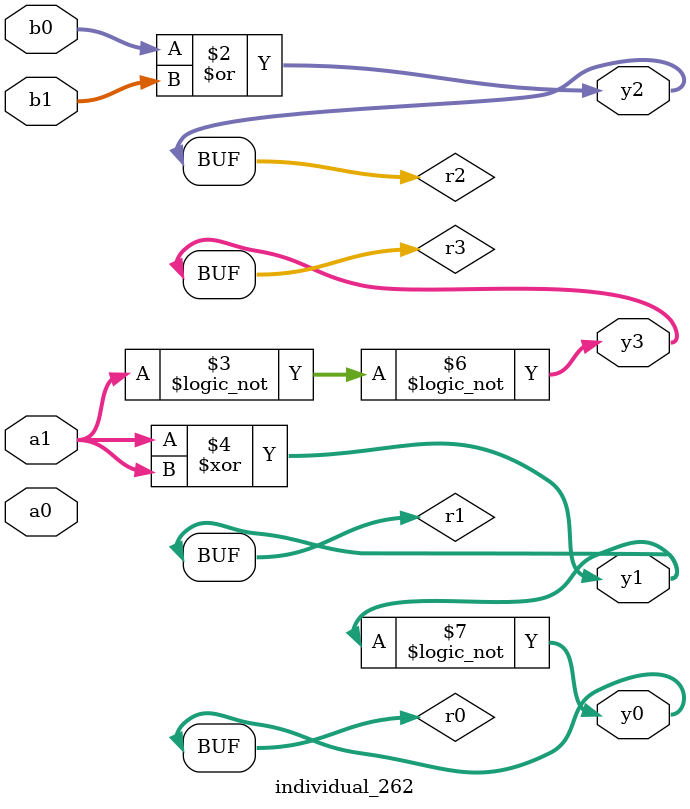
<source format=sv>
module individual_262(input logic [15:0] a1, input logic [15:0] a0, input logic [15:0] b1, input logic [15:0] b0, output logic [15:0] y3, output logic [15:0] y2, output logic [15:0] y1, output logic [15:0] y0);
logic [15:0] r0, r1, r2, r3; 
 always@(*) begin 
	 r0 = a0; r1 = a1; r2 = b0; r3 = b1; 
 	 r2  |=  r3 ;
 	 r3 = ! r1 ;
 	 r1  ^=  r1 ;
 	 r0 = ! b0 ;
 	 r3 = ! r3 ;
 	 r0 = ! r1 ;
 	 y3 = r3; y2 = r2; y1 = r1; y0 = r0; 
end
endmodule
</source>
